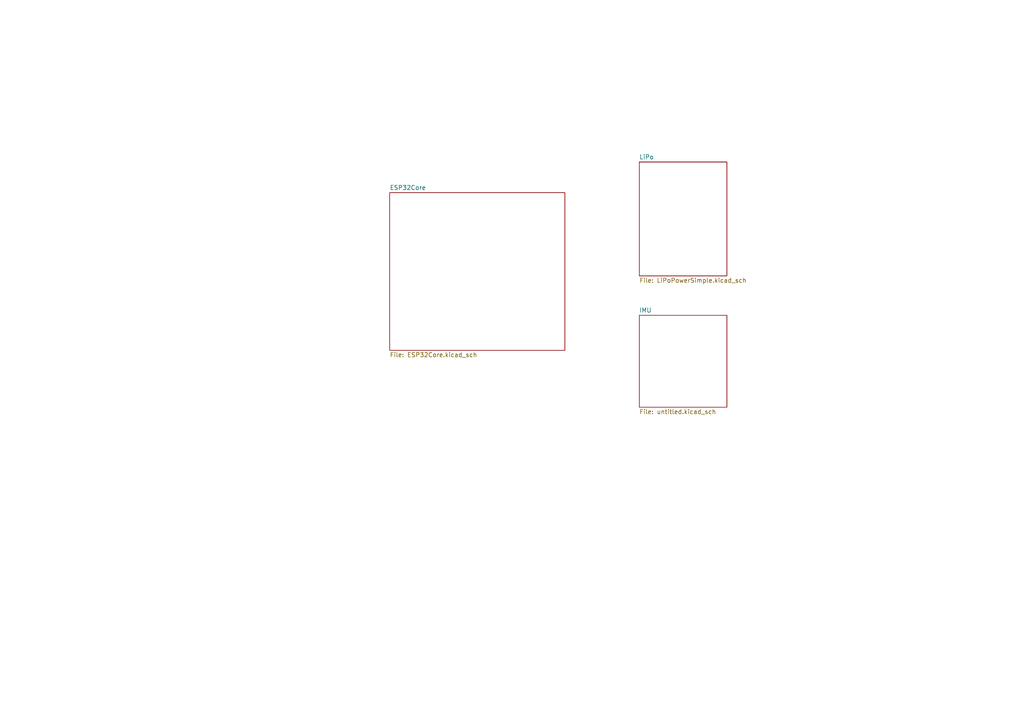
<source format=kicad_sch>
(kicad_sch
	(version 20250114)
	(generator "eeschema")
	(generator_version "9.0")
	(uuid "d01399da-989a-4a6b-bf6f-1cb80c42beb7")
	(paper "A4")
	(lib_symbols)
	(sheet
		(at 113.03 55.88)
		(size 50.8 45.72)
		(exclude_from_sim no)
		(in_bom yes)
		(on_board yes)
		(dnp no)
		(fields_autoplaced yes)
		(stroke
			(width 0.1524)
			(type solid)
		)
		(fill
			(color 0 0 0 0.0000)
		)
		(uuid "0275db88-1914-403a-98a2-92796f72d2f6")
		(property "Sheetname" "ESP32Core"
			(at 113.03 55.1684 0)
			(effects
				(font
					(size 1.27 1.27)
				)
				(justify left bottom)
			)
		)
		(property "Sheetfile" "ESP32Core.kicad_sch"
			(at 113.03 102.1846 0)
			(effects
				(font
					(size 1.27 1.27)
				)
				(justify left top)
			)
		)
		(instances
			(project "Seismometer"
				(path "/d01399da-989a-4a6b-bf6f-1cb80c42beb7"
					(page "2")
				)
			)
		)
	)
	(sheet
		(at 185.42 46.99)
		(size 25.4 33.02)
		(exclude_from_sim no)
		(in_bom yes)
		(on_board yes)
		(dnp no)
		(fields_autoplaced yes)
		(stroke
			(width 0.1524)
			(type solid)
		)
		(fill
			(color 0 0 0 0.0000)
		)
		(uuid "16681884-6ccb-43e3-a1bc-430225e0fd31")
		(property "Sheetname" "LiPo"
			(at 185.42 46.2784 0)
			(effects
				(font
					(size 1.27 1.27)
				)
				(justify left bottom)
			)
		)
		(property "Sheetfile" "LiPoPowerSimple.kicad_sch"
			(at 185.42 80.5946 0)
			(effects
				(font
					(size 1.27 1.27)
				)
				(justify left top)
			)
		)
		(instances
			(project "Seismometer"
				(path "/d01399da-989a-4a6b-bf6f-1cb80c42beb7"
					(page "3")
				)
			)
		)
	)
	(sheet
		(at 185.42 91.44)
		(size 25.4 26.67)
		(exclude_from_sim no)
		(in_bom yes)
		(on_board yes)
		(dnp no)
		(fields_autoplaced yes)
		(stroke
			(width 0.1524)
			(type solid)
		)
		(fill
			(color 0 0 0 0.0000)
		)
		(uuid "24f10e14-c832-44a6-aad5-ee537b4a6ec5")
		(property "Sheetname" "IMU"
			(at 185.42 90.7284 0)
			(effects
				(font
					(size 1.27 1.27)
				)
				(justify left bottom)
			)
		)
		(property "Sheetfile" "untitled.kicad_sch"
			(at 185.42 118.6946 0)
			(effects
				(font
					(size 1.27 1.27)
				)
				(justify left top)
			)
		)
		(instances
			(project "Seismometer"
				(path "/d01399da-989a-4a6b-bf6f-1cb80c42beb7"
					(page "4")
				)
			)
		)
	)
	(sheet_instances
		(path "/"
			(page "1")
		)
	)
	(embedded_fonts no)
)

</source>
